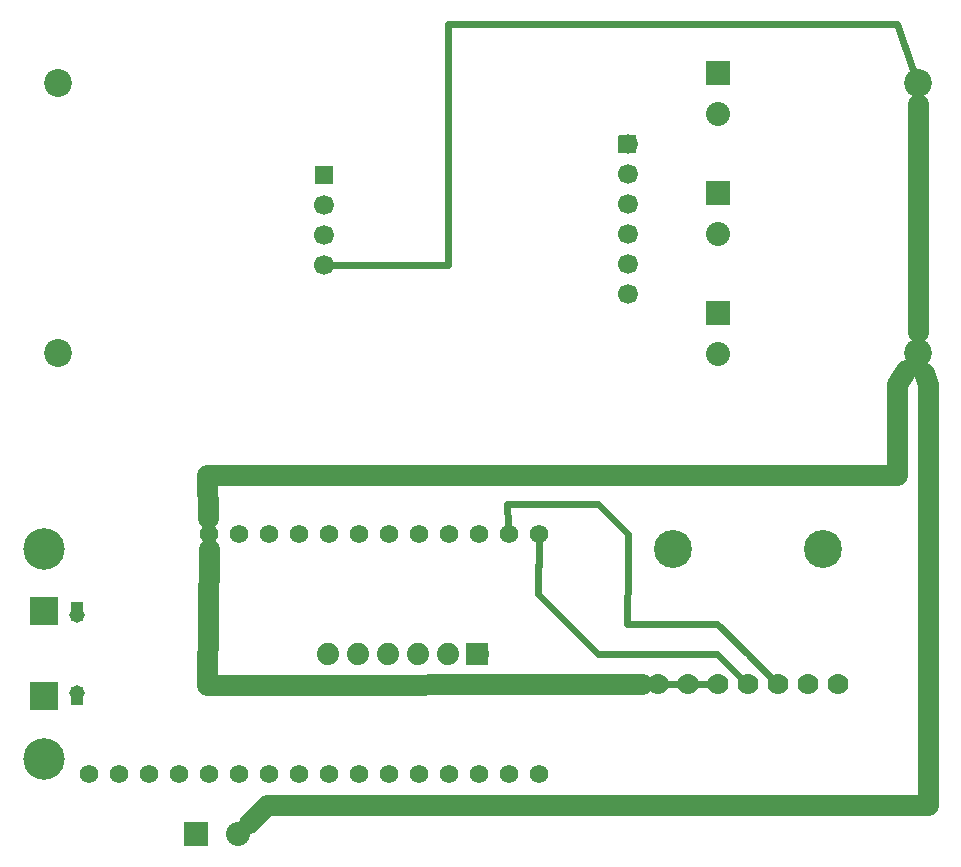
<source format=gtl>
G04 MADE WITH FRITZING*
G04 WWW.FRITZING.ORG*
G04 DOUBLE SIDED*
G04 HOLES PLATED*
G04 CONTOUR ON CENTER OF CONTOUR VECTOR*
%ASAXBY*%
%FSLAX23Y23*%
%MOIN*%
%OFA0B0*%
%SFA1.0B1.0*%
%ADD10C,0.126614*%
%ADD11C,0.070000*%
%ADD12C,0.080000*%
%ADD13C,0.138425*%
%ADD14C,0.095000*%
%ADD15C,0.051496*%
%ADD16C,0.062000*%
%ADD17C,0.093000*%
%ADD18C,0.066555*%
%ADD19C,0.049194*%
%ADD20C,0.074000*%
%ADD21R,0.080000X0.080000*%
%ADD22R,0.095000X0.095000*%
%ADD23C,0.024000*%
%ADD24R,0.001000X0.001000*%
%LNCOPPER1*%
G90*
G70*
G54D10*
X2800Y1249D03*
G54D11*
X2250Y799D03*
X2350Y799D03*
X2450Y799D03*
X2550Y799D03*
X2650Y799D03*
X2750Y799D03*
X2850Y799D03*
G54D10*
X2300Y1249D03*
G54D12*
X712Y299D03*
X850Y299D03*
X712Y299D03*
X850Y299D03*
G54D13*
X203Y551D03*
G54D14*
X204Y1042D03*
G54D15*
X314Y1031D03*
G54D16*
X1853Y501D03*
X1753Y501D03*
X1653Y501D03*
X1553Y501D03*
X1453Y501D03*
X1353Y501D03*
X1253Y501D03*
X1153Y501D03*
X1053Y501D03*
G54D13*
X203Y1251D03*
G54D16*
X953Y501D03*
X853Y501D03*
X753Y501D03*
X653Y501D03*
X553Y501D03*
X453Y501D03*
X353Y501D03*
X753Y1301D03*
X853Y1301D03*
X953Y1301D03*
X1053Y1301D03*
X1153Y1301D03*
X1253Y1301D03*
X1353Y1301D03*
X1453Y1301D03*
X1553Y1301D03*
X1653Y1301D03*
X1753Y1301D03*
X1853Y1301D03*
G54D15*
X314Y771D03*
G54D14*
X204Y759D03*
G54D17*
X250Y1904D03*
X3119Y1904D03*
X250Y2804D03*
X3119Y2804D03*
G54D18*
X2150Y2499D03*
X2150Y2399D03*
X2150Y2299D03*
X2150Y2199D03*
X2150Y2099D03*
X2150Y2599D03*
X1137Y2396D03*
X1137Y2296D03*
G54D19*
X1137Y2496D03*
G54D18*
X1137Y2196D03*
X2150Y2499D03*
X2150Y2399D03*
X2150Y2299D03*
X2150Y2199D03*
X2150Y2099D03*
X2150Y2599D03*
X1137Y2396D03*
X1137Y2296D03*
G54D19*
X1137Y2496D03*
G54D18*
X1137Y2196D03*
G54D12*
X2450Y2837D03*
X2450Y2699D03*
X2450Y2837D03*
X2450Y2699D03*
X2450Y2437D03*
X2450Y2299D03*
X2450Y2437D03*
X2450Y2299D03*
X2450Y2037D03*
X2450Y1899D03*
X2450Y2037D03*
X2450Y1899D03*
G54D20*
X1650Y899D03*
X1550Y899D03*
X1450Y899D03*
X1350Y899D03*
X1250Y899D03*
X1150Y899D03*
X1650Y899D03*
X1550Y899D03*
X1450Y899D03*
X1350Y899D03*
X1250Y899D03*
X1150Y899D03*
X1650Y899D03*
X1550Y899D03*
X1450Y899D03*
X1350Y899D03*
X1250Y899D03*
X1150Y899D03*
G54D21*
X712Y299D03*
X712Y299D03*
G54D22*
X204Y1042D03*
X204Y759D03*
G54D21*
X2450Y2837D03*
X2450Y2837D03*
X2450Y2437D03*
X2450Y2437D03*
X2450Y2037D03*
X2450Y2037D03*
G54D23*
X2149Y999D02*
X2447Y999D01*
D02*
X2447Y999D02*
X2550Y901D01*
G54D11*
D02*
X3151Y1800D02*
X3151Y398D01*
D02*
X948Y398D02*
X887Y337D01*
D02*
X3151Y398D02*
X948Y398D01*
D02*
X3139Y1837D02*
X3151Y1800D01*
D02*
X748Y798D02*
X753Y1250D01*
D02*
X2197Y799D02*
X748Y798D01*
D02*
X3048Y1800D02*
X3048Y1497D01*
D02*
X3048Y1497D02*
X748Y1497D01*
D02*
X748Y1497D02*
X752Y1352D01*
D02*
X3079Y1846D02*
X3048Y1800D01*
G54D23*
D02*
X2550Y901D02*
X2628Y821D01*
D02*
X2151Y1198D02*
X2149Y999D01*
D02*
X2151Y1299D02*
X2151Y1198D01*
D02*
X1749Y1400D02*
X2050Y1400D01*
D02*
X2050Y1400D02*
X2151Y1299D01*
D02*
X1752Y1330D02*
X1749Y1400D01*
G54D11*
D02*
X3119Y1973D02*
X3119Y2734D01*
G54D23*
D02*
X2319Y799D02*
X2280Y799D01*
D02*
X2419Y799D02*
X2380Y799D01*
D02*
X1850Y1100D02*
X1850Y1198D01*
D02*
X2052Y901D02*
X2449Y900D01*
D02*
X2449Y900D02*
X2528Y821D01*
D02*
X1850Y1100D02*
X2052Y901D01*
D02*
X1850Y1198D02*
X1850Y1100D01*
D02*
X1853Y1272D02*
X1850Y1100D01*
D02*
X1550Y2999D02*
X1550Y2197D01*
D02*
X1550Y2197D02*
X1164Y2196D01*
D02*
X3048Y2999D02*
X1550Y2999D01*
D02*
X3102Y2848D02*
X3048Y2999D01*
G54D24*
X2120Y2629D02*
X2178Y2629D01*
X2119Y2628D02*
X2178Y2628D01*
X2119Y2627D02*
X2178Y2627D01*
X2119Y2626D02*
X2178Y2626D01*
X2119Y2625D02*
X2178Y2625D01*
X2119Y2624D02*
X2178Y2624D01*
X2119Y2623D02*
X2178Y2623D01*
X2119Y2622D02*
X2178Y2622D01*
X2119Y2621D02*
X2178Y2621D01*
X2119Y2620D02*
X2178Y2620D01*
X2119Y2619D02*
X2178Y2619D01*
X2119Y2618D02*
X2178Y2618D01*
X2119Y2617D02*
X2143Y2617D01*
X2154Y2617D02*
X2178Y2617D01*
X2119Y2616D02*
X2140Y2616D01*
X2157Y2616D02*
X2178Y2616D01*
X2119Y2615D02*
X2139Y2615D01*
X2159Y2615D02*
X2178Y2615D01*
X2119Y2614D02*
X2137Y2614D01*
X2160Y2614D02*
X2178Y2614D01*
X2119Y2613D02*
X2136Y2613D01*
X2162Y2613D02*
X2178Y2613D01*
X2119Y2612D02*
X2135Y2612D01*
X2163Y2612D02*
X2178Y2612D01*
X2119Y2611D02*
X2134Y2611D01*
X2163Y2611D02*
X2178Y2611D01*
X2119Y2610D02*
X2133Y2610D01*
X2164Y2610D02*
X2178Y2610D01*
X2119Y2609D02*
X2133Y2609D01*
X2165Y2609D02*
X2178Y2609D01*
X2119Y2608D02*
X2132Y2608D01*
X2165Y2608D02*
X2178Y2608D01*
X2119Y2607D02*
X2131Y2607D01*
X2166Y2607D02*
X2178Y2607D01*
X2119Y2606D02*
X2131Y2606D01*
X2166Y2606D02*
X2178Y2606D01*
X2119Y2605D02*
X2131Y2605D01*
X2167Y2605D02*
X2178Y2605D01*
X2119Y2604D02*
X2130Y2604D01*
X2167Y2604D02*
X2178Y2604D01*
X2119Y2603D02*
X2130Y2603D01*
X2167Y2603D02*
X2178Y2603D01*
X2119Y2602D02*
X2130Y2602D01*
X2167Y2602D02*
X2178Y2602D01*
X2119Y2601D02*
X2130Y2601D01*
X2168Y2601D02*
X2178Y2601D01*
X2119Y2600D02*
X2130Y2600D01*
X2168Y2600D02*
X2178Y2600D01*
X2119Y2599D02*
X2130Y2599D01*
X2168Y2599D02*
X2178Y2599D01*
X2119Y2598D02*
X2130Y2598D01*
X2168Y2598D02*
X2178Y2598D01*
X2119Y2597D02*
X2130Y2597D01*
X2168Y2597D02*
X2178Y2597D01*
X2119Y2596D02*
X2130Y2596D01*
X2167Y2596D02*
X2178Y2596D01*
X2119Y2595D02*
X2130Y2595D01*
X2167Y2595D02*
X2178Y2595D01*
X2119Y2594D02*
X2131Y2594D01*
X2167Y2594D02*
X2178Y2594D01*
X2119Y2593D02*
X2131Y2593D01*
X2167Y2593D02*
X2178Y2593D01*
X2119Y2592D02*
X2131Y2592D01*
X2166Y2592D02*
X2178Y2592D01*
X2119Y2591D02*
X2132Y2591D01*
X2166Y2591D02*
X2178Y2591D01*
X2119Y2590D02*
X2132Y2590D01*
X2165Y2590D02*
X2178Y2590D01*
X2119Y2589D02*
X2133Y2589D01*
X2165Y2589D02*
X2178Y2589D01*
X2119Y2588D02*
X2134Y2588D01*
X2164Y2588D02*
X2178Y2588D01*
X2119Y2587D02*
X2134Y2587D01*
X2163Y2587D02*
X2178Y2587D01*
X2119Y2586D02*
X2135Y2586D01*
X2162Y2586D02*
X2178Y2586D01*
X2119Y2585D02*
X2137Y2585D01*
X2161Y2585D02*
X2178Y2585D01*
X2119Y2584D02*
X2138Y2584D01*
X2160Y2584D02*
X2178Y2584D01*
X2119Y2583D02*
X2140Y2583D01*
X2158Y2583D02*
X2178Y2583D01*
X2119Y2582D02*
X2142Y2582D01*
X2156Y2582D02*
X2178Y2582D01*
X2119Y2581D02*
X2146Y2581D01*
X2152Y2581D02*
X2178Y2581D01*
X2119Y2580D02*
X2178Y2580D01*
X2119Y2579D02*
X2178Y2579D01*
X2119Y2578D02*
X2178Y2578D01*
X2119Y2577D02*
X2178Y2577D01*
X2119Y2576D02*
X2178Y2576D01*
X2119Y2575D02*
X2178Y2575D01*
X2119Y2574D02*
X2178Y2574D01*
X2119Y2573D02*
X2178Y2573D01*
X2119Y2572D02*
X2178Y2572D01*
X2119Y2571D02*
X2178Y2571D01*
X2119Y2570D02*
X2178Y2570D01*
X1107Y2526D02*
X1166Y2526D01*
X1107Y2525D02*
X1166Y2525D01*
X1107Y2524D02*
X1166Y2524D01*
X1107Y2523D02*
X1166Y2523D01*
X1107Y2522D02*
X1166Y2522D01*
X1107Y2521D02*
X1166Y2521D01*
X1107Y2520D02*
X1166Y2520D01*
X1107Y2519D02*
X1166Y2519D01*
X1107Y2518D02*
X1166Y2518D01*
X1107Y2517D02*
X1166Y2517D01*
X1107Y2516D02*
X1166Y2516D01*
X1107Y2515D02*
X1135Y2515D01*
X1138Y2515D02*
X1166Y2515D01*
X1107Y2514D02*
X1130Y2514D01*
X1143Y2514D02*
X1166Y2514D01*
X1107Y2513D02*
X1128Y2513D01*
X1145Y2513D02*
X1166Y2513D01*
X1107Y2512D02*
X1126Y2512D01*
X1147Y2512D02*
X1166Y2512D01*
X1107Y2511D02*
X1124Y2511D01*
X1148Y2511D02*
X1166Y2511D01*
X1107Y2510D02*
X1123Y2510D01*
X1150Y2510D02*
X1166Y2510D01*
X1107Y2509D02*
X1122Y2509D01*
X1150Y2509D02*
X1166Y2509D01*
X1107Y2508D02*
X1121Y2508D01*
X1151Y2508D02*
X1166Y2508D01*
X1107Y2507D02*
X1121Y2507D01*
X1152Y2507D02*
X1166Y2507D01*
X1107Y2506D02*
X1120Y2506D01*
X1153Y2506D02*
X1166Y2506D01*
X1107Y2505D02*
X1119Y2505D01*
X1153Y2505D02*
X1166Y2505D01*
X1107Y2504D02*
X1119Y2504D01*
X1154Y2504D02*
X1166Y2504D01*
X1107Y2503D02*
X1119Y2503D01*
X1154Y2503D02*
X1166Y2503D01*
X1107Y2502D02*
X1118Y2502D01*
X1154Y2502D02*
X1166Y2502D01*
X1107Y2501D02*
X1118Y2501D01*
X1155Y2501D02*
X1166Y2501D01*
X1107Y2500D02*
X1118Y2500D01*
X1155Y2500D02*
X1166Y2500D01*
X1107Y2499D02*
X1118Y2499D01*
X1155Y2499D02*
X1166Y2499D01*
X1107Y2498D02*
X1118Y2498D01*
X1155Y2498D02*
X1166Y2498D01*
X1107Y2497D02*
X1117Y2497D01*
X1155Y2497D02*
X1166Y2497D01*
X1107Y2496D02*
X1117Y2496D01*
X1155Y2496D02*
X1166Y2496D01*
X1107Y2495D02*
X1118Y2495D01*
X1155Y2495D02*
X1166Y2495D01*
X1107Y2494D02*
X1118Y2494D01*
X1155Y2494D02*
X1166Y2494D01*
X1107Y2493D02*
X1118Y2493D01*
X1155Y2493D02*
X1166Y2493D01*
X1107Y2492D02*
X1118Y2492D01*
X1155Y2492D02*
X1166Y2492D01*
X1107Y2491D02*
X1118Y2491D01*
X1154Y2491D02*
X1166Y2491D01*
X1107Y2490D02*
X1119Y2490D01*
X1154Y2490D02*
X1166Y2490D01*
X1107Y2489D02*
X1119Y2489D01*
X1154Y2489D02*
X1166Y2489D01*
X1107Y2488D02*
X1120Y2488D01*
X1153Y2488D02*
X1166Y2488D01*
X1107Y2487D02*
X1120Y2487D01*
X1153Y2487D02*
X1166Y2487D01*
X1107Y2486D02*
X1121Y2486D01*
X1152Y2486D02*
X1166Y2486D01*
X1107Y2485D02*
X1122Y2485D01*
X1151Y2485D02*
X1166Y2485D01*
X1107Y2484D02*
X1122Y2484D01*
X1150Y2484D02*
X1166Y2484D01*
X1107Y2483D02*
X1123Y2483D01*
X1149Y2483D02*
X1166Y2483D01*
X1107Y2482D02*
X1125Y2482D01*
X1148Y2482D02*
X1166Y2482D01*
X1107Y2481D02*
X1126Y2481D01*
X1147Y2481D02*
X1166Y2481D01*
X1107Y2480D02*
X1128Y2480D01*
X1145Y2480D02*
X1166Y2480D01*
X1107Y2479D02*
X1130Y2479D01*
X1143Y2479D02*
X1166Y2479D01*
X1107Y2478D02*
X1166Y2478D01*
X1107Y2477D02*
X1166Y2477D01*
X1107Y2476D02*
X1166Y2476D01*
X1107Y2475D02*
X1166Y2475D01*
X1107Y2474D02*
X1166Y2474D01*
X1107Y2473D02*
X1166Y2473D01*
X1107Y2472D02*
X1166Y2472D01*
X1107Y2471D02*
X1166Y2471D01*
X1107Y2470D02*
X1166Y2470D01*
X1107Y2469D02*
X1166Y2469D01*
X1107Y2468D02*
X1166Y2468D01*
X1107Y2467D02*
X1166Y2467D01*
X293Y1072D02*
X333Y1072D01*
X293Y1071D02*
X334Y1071D01*
X293Y1070D02*
X334Y1070D01*
X293Y1069D02*
X334Y1069D01*
X293Y1068D02*
X334Y1068D01*
X293Y1067D02*
X334Y1067D01*
X293Y1066D02*
X334Y1066D01*
X293Y1065D02*
X334Y1065D01*
X293Y1064D02*
X334Y1064D01*
X293Y1063D02*
X334Y1063D01*
X293Y1062D02*
X334Y1062D01*
X293Y1061D02*
X334Y1061D01*
X293Y1060D02*
X334Y1060D01*
X293Y1059D02*
X334Y1059D01*
X293Y1058D02*
X334Y1058D01*
X293Y1057D02*
X334Y1057D01*
X293Y1056D02*
X334Y1056D01*
X293Y1055D02*
X334Y1055D01*
X293Y1054D02*
X334Y1054D01*
X293Y1053D02*
X334Y1053D01*
X293Y1052D02*
X334Y1052D01*
X293Y1051D02*
X308Y1051D01*
X319Y1051D02*
X334Y1051D01*
X293Y1050D02*
X305Y1050D01*
X322Y1050D02*
X334Y1050D01*
X293Y1049D02*
X303Y1049D01*
X324Y1049D02*
X334Y1049D01*
X293Y1048D02*
X301Y1048D01*
X326Y1048D02*
X334Y1048D01*
X293Y1047D02*
X300Y1047D01*
X327Y1047D02*
X334Y1047D01*
X293Y1046D02*
X298Y1046D01*
X328Y1046D02*
X334Y1046D01*
X293Y1045D02*
X298Y1045D01*
X329Y1045D02*
X334Y1045D01*
X293Y1044D02*
X297Y1044D01*
X330Y1044D02*
X334Y1044D01*
X293Y1043D02*
X296Y1043D01*
X331Y1043D02*
X334Y1043D01*
X293Y1042D02*
X295Y1042D01*
X331Y1042D02*
X334Y1042D01*
X293Y1041D02*
X295Y1041D01*
X332Y1041D02*
X334Y1041D01*
X293Y1040D02*
X294Y1040D01*
X332Y1040D02*
X334Y1040D01*
X293Y1039D02*
X294Y1039D01*
X333Y1039D02*
X334Y1039D01*
X293Y1038D02*
X293Y1038D01*
X333Y1038D02*
X334Y1038D01*
X293Y1037D02*
X293Y1037D01*
X334Y1037D02*
X334Y1037D01*
X293Y1036D02*
X293Y1036D01*
X334Y1036D02*
X334Y1036D01*
X293Y1026D02*
X293Y1026D01*
X334Y1026D02*
X334Y1026D01*
X293Y1025D02*
X293Y1025D01*
X334Y1025D02*
X334Y1025D01*
X293Y1024D02*
X293Y1024D01*
X333Y1024D02*
X334Y1024D01*
X293Y1023D02*
X294Y1023D01*
X333Y1023D02*
X334Y1023D01*
X293Y1022D02*
X294Y1022D01*
X332Y1022D02*
X334Y1022D01*
X293Y1021D02*
X295Y1021D01*
X332Y1021D02*
X334Y1021D01*
X293Y1020D02*
X295Y1020D01*
X331Y1020D02*
X334Y1020D01*
X293Y1019D02*
X296Y1019D01*
X331Y1019D02*
X334Y1019D01*
X293Y1018D02*
X297Y1018D01*
X330Y1018D02*
X334Y1018D01*
X293Y1017D02*
X298Y1017D01*
X329Y1017D02*
X334Y1017D01*
X293Y1016D02*
X298Y1016D01*
X328Y1016D02*
X334Y1016D01*
X293Y1015D02*
X300Y1015D01*
X327Y1015D02*
X334Y1015D01*
X293Y1014D02*
X301Y1014D01*
X326Y1014D02*
X334Y1014D01*
X293Y1013D02*
X303Y1013D01*
X324Y1013D02*
X334Y1013D01*
X293Y1012D02*
X305Y1012D01*
X322Y1012D02*
X334Y1012D01*
X293Y1011D02*
X308Y1011D01*
X319Y1011D02*
X334Y1011D01*
X1612Y936D02*
X1685Y936D01*
X1612Y935D02*
X1685Y935D01*
X1612Y934D02*
X1685Y934D01*
X1612Y933D02*
X1685Y933D01*
X1612Y932D02*
X1685Y932D01*
X1612Y931D02*
X1685Y931D01*
X1612Y930D02*
X1685Y930D01*
X1612Y929D02*
X1685Y929D01*
X1612Y928D02*
X1685Y928D01*
X1612Y927D02*
X1685Y927D01*
X1612Y926D02*
X1685Y926D01*
X1612Y925D02*
X1685Y925D01*
X1612Y924D02*
X1685Y924D01*
X1612Y923D02*
X1685Y923D01*
X1612Y922D02*
X1685Y922D01*
X1612Y921D02*
X1685Y921D01*
X1612Y920D02*
X1685Y920D01*
X1612Y919D02*
X1644Y919D01*
X1654Y919D02*
X1685Y919D01*
X1612Y918D02*
X1641Y918D01*
X1657Y918D02*
X1685Y918D01*
X1612Y917D02*
X1639Y917D01*
X1659Y917D02*
X1685Y917D01*
X1612Y916D02*
X1637Y916D01*
X1661Y916D02*
X1685Y916D01*
X1612Y915D02*
X1636Y915D01*
X1662Y915D02*
X1685Y915D01*
X1612Y914D02*
X1635Y914D01*
X1663Y914D02*
X1685Y914D01*
X1612Y913D02*
X1634Y913D01*
X1664Y913D02*
X1685Y913D01*
X1612Y912D02*
X1633Y912D01*
X1665Y912D02*
X1685Y912D01*
X1612Y911D02*
X1632Y911D01*
X1666Y911D02*
X1685Y911D01*
X1612Y910D02*
X1631Y910D01*
X1666Y910D02*
X1685Y910D01*
X1612Y909D02*
X1631Y909D01*
X1667Y909D02*
X1685Y909D01*
X1612Y908D02*
X1630Y908D01*
X1667Y908D02*
X1685Y908D01*
X1612Y907D02*
X1630Y907D01*
X1668Y907D02*
X1685Y907D01*
X1612Y906D02*
X1629Y906D01*
X1668Y906D02*
X1685Y906D01*
X1612Y905D02*
X1629Y905D01*
X1668Y905D02*
X1685Y905D01*
X1612Y904D02*
X1629Y904D01*
X1669Y904D02*
X1685Y904D01*
X1612Y903D02*
X1629Y903D01*
X1669Y903D02*
X1685Y903D01*
X1612Y902D02*
X1629Y902D01*
X1669Y902D02*
X1685Y902D01*
X1612Y901D02*
X1628Y901D01*
X1669Y901D02*
X1685Y901D01*
X1612Y900D02*
X1628Y900D01*
X1669Y900D02*
X1685Y900D01*
X1612Y899D02*
X1628Y899D01*
X1669Y899D02*
X1685Y899D01*
X1612Y898D02*
X1628Y898D01*
X1669Y898D02*
X1685Y898D01*
X1612Y897D02*
X1629Y897D01*
X1669Y897D02*
X1685Y897D01*
X1612Y896D02*
X1629Y896D01*
X1669Y896D02*
X1685Y896D01*
X1612Y895D02*
X1629Y895D01*
X1669Y895D02*
X1685Y895D01*
X1612Y894D02*
X1629Y894D01*
X1668Y894D02*
X1685Y894D01*
X1612Y893D02*
X1629Y893D01*
X1668Y893D02*
X1685Y893D01*
X1612Y892D02*
X1630Y892D01*
X1668Y892D02*
X1685Y892D01*
X1612Y891D02*
X1630Y891D01*
X1667Y891D02*
X1685Y891D01*
X1612Y890D02*
X1631Y890D01*
X1667Y890D02*
X1685Y890D01*
X1612Y889D02*
X1631Y889D01*
X1666Y889D02*
X1685Y889D01*
X1612Y888D02*
X1632Y888D01*
X1666Y888D02*
X1685Y888D01*
X1612Y887D02*
X1633Y887D01*
X1665Y887D02*
X1685Y887D01*
X1612Y886D02*
X1634Y886D01*
X1664Y886D02*
X1685Y886D01*
X1612Y885D02*
X1635Y885D01*
X1663Y885D02*
X1685Y885D01*
X1612Y884D02*
X1636Y884D01*
X1662Y884D02*
X1685Y884D01*
X1612Y883D02*
X1637Y883D01*
X1661Y883D02*
X1685Y883D01*
X1612Y882D02*
X1639Y882D01*
X1659Y882D02*
X1685Y882D01*
X1612Y881D02*
X1641Y881D01*
X1657Y881D02*
X1685Y881D01*
X1612Y880D02*
X1644Y880D01*
X1653Y880D02*
X1685Y880D01*
X1612Y879D02*
X1685Y879D01*
X1612Y878D02*
X1685Y878D01*
X1612Y877D02*
X1685Y877D01*
X1612Y876D02*
X1685Y876D01*
X1612Y875D02*
X1685Y875D01*
X1612Y874D02*
X1685Y874D01*
X1612Y873D02*
X1685Y873D01*
X1612Y872D02*
X1685Y872D01*
X1612Y871D02*
X1685Y871D01*
X1612Y870D02*
X1685Y870D01*
X1612Y869D02*
X1685Y869D01*
X1612Y868D02*
X1685Y868D01*
X1612Y867D02*
X1685Y867D01*
X1612Y866D02*
X1685Y866D01*
X1612Y865D02*
X1685Y865D01*
X1612Y864D02*
X1685Y864D01*
X1612Y863D02*
X1685Y863D01*
X293Y791D02*
X307Y791D01*
X320Y791D02*
X334Y791D01*
X293Y790D02*
X304Y790D01*
X322Y790D02*
X334Y790D01*
X293Y789D02*
X302Y789D01*
X324Y789D02*
X334Y789D01*
X293Y788D02*
X301Y788D01*
X326Y788D02*
X334Y788D01*
X293Y787D02*
X299Y787D01*
X327Y787D02*
X334Y787D01*
X293Y786D02*
X298Y786D01*
X328Y786D02*
X334Y786D01*
X293Y785D02*
X297Y785D01*
X329Y785D02*
X334Y785D01*
X293Y784D02*
X297Y784D01*
X330Y784D02*
X334Y784D01*
X293Y783D02*
X296Y783D01*
X331Y783D02*
X334Y783D01*
X293Y782D02*
X295Y782D01*
X331Y782D02*
X334Y782D01*
X293Y781D02*
X295Y781D01*
X332Y781D02*
X334Y781D01*
X293Y780D02*
X294Y780D01*
X332Y780D02*
X334Y780D01*
X293Y779D02*
X294Y779D01*
X333Y779D02*
X334Y779D01*
X293Y778D02*
X293Y778D01*
X333Y778D02*
X334Y778D01*
X293Y777D02*
X293Y777D01*
X334Y777D02*
X334Y777D01*
X293Y776D02*
X293Y776D01*
X334Y776D02*
X334Y776D01*
X293Y766D02*
X293Y766D01*
X334Y766D02*
X334Y766D01*
X293Y765D02*
X293Y765D01*
X333Y765D02*
X334Y765D01*
X293Y764D02*
X293Y764D01*
X333Y764D02*
X334Y764D01*
X293Y763D02*
X294Y763D01*
X333Y763D02*
X334Y763D01*
X293Y762D02*
X294Y762D01*
X332Y762D02*
X334Y762D01*
X293Y761D02*
X295Y761D01*
X332Y761D02*
X334Y761D01*
X293Y760D02*
X295Y760D01*
X331Y760D02*
X334Y760D01*
X293Y759D02*
X296Y759D01*
X330Y759D02*
X334Y759D01*
X293Y758D02*
X297Y758D01*
X330Y758D02*
X334Y758D01*
X293Y757D02*
X298Y757D01*
X329Y757D02*
X334Y757D01*
X293Y756D02*
X299Y756D01*
X328Y756D02*
X334Y756D01*
X293Y755D02*
X300Y755D01*
X327Y755D02*
X334Y755D01*
X293Y754D02*
X301Y754D01*
X325Y754D02*
X334Y754D01*
X293Y753D02*
X303Y753D01*
X324Y753D02*
X334Y753D01*
X293Y752D02*
X305Y752D01*
X322Y752D02*
X334Y752D01*
X293Y751D02*
X308Y751D01*
X318Y751D02*
X334Y751D01*
X293Y750D02*
X334Y750D01*
X293Y749D02*
X334Y749D01*
X293Y748D02*
X334Y748D01*
X293Y747D02*
X334Y747D01*
X293Y746D02*
X334Y746D01*
X293Y745D02*
X334Y745D01*
X293Y744D02*
X334Y744D01*
X293Y743D02*
X334Y743D01*
X293Y742D02*
X334Y742D01*
X293Y741D02*
X334Y741D01*
X293Y740D02*
X334Y740D01*
X293Y739D02*
X334Y739D01*
X293Y738D02*
X334Y738D01*
X293Y737D02*
X334Y737D01*
X293Y736D02*
X334Y736D01*
X293Y735D02*
X334Y735D01*
X293Y734D02*
X334Y734D01*
X293Y733D02*
X334Y733D01*
X293Y732D02*
X334Y732D01*
X293Y731D02*
X334Y731D01*
X293Y730D02*
X333Y730D01*
D02*
G04 End of Copper1*
M02*
</source>
